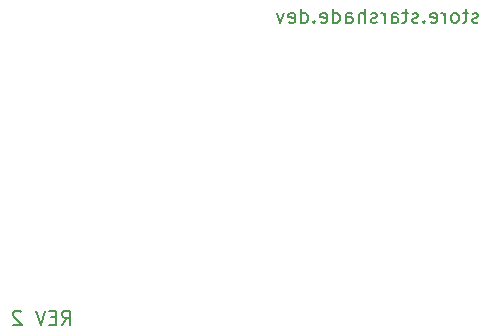
<source format=gbr>
%TF.GenerationSoftware,KiCad,Pcbnew,(6.0.6)*%
%TF.CreationDate,2023-04-01T18:19:22-04:00*%
%TF.ProjectId,SMS-to-GG,534d532d-746f-42d4-9747-2e6b69636164,rev?*%
%TF.SameCoordinates,Original*%
%TF.FileFunction,Legend,Bot*%
%TF.FilePolarity,Positive*%
%FSLAX46Y46*%
G04 Gerber Fmt 4.6, Leading zero omitted, Abs format (unit mm)*
G04 Created by KiCad (PCBNEW (6.0.6)) date 2023-04-01 18:19:22*
%MOMM*%
%LPD*%
G01*
G04 APERTURE LIST*
%ADD10C,0.200000*%
G04 APERTURE END LIST*
D10*
X36512285Y-105825857D02*
X36912285Y-105254428D01*
X37198000Y-105825857D02*
X37198000Y-104625857D01*
X36740857Y-104625857D01*
X36626571Y-104683000D01*
X36569428Y-104740142D01*
X36512285Y-104854428D01*
X36512285Y-105025857D01*
X36569428Y-105140142D01*
X36626571Y-105197285D01*
X36740857Y-105254428D01*
X37198000Y-105254428D01*
X35998000Y-105197285D02*
X35598000Y-105197285D01*
X35426571Y-105825857D02*
X35998000Y-105825857D01*
X35998000Y-104625857D01*
X35426571Y-104625857D01*
X35083714Y-104625857D02*
X34683714Y-105825857D01*
X34283714Y-104625857D01*
X33026571Y-104740142D02*
X32969428Y-104683000D01*
X32855142Y-104625857D01*
X32569428Y-104625857D01*
X32455142Y-104683000D01*
X32398000Y-104740142D01*
X32340857Y-104854428D01*
X32340857Y-104968714D01*
X32398000Y-105140142D01*
X33083714Y-105825857D01*
X32340857Y-105825857D01*
X71728453Y-80185714D02*
X71614167Y-80242857D01*
X71385596Y-80242857D01*
X71271310Y-80185714D01*
X71214167Y-80071428D01*
X71214167Y-80014285D01*
X71271310Y-79900000D01*
X71385596Y-79842857D01*
X71557024Y-79842857D01*
X71671310Y-79785714D01*
X71728453Y-79671428D01*
X71728453Y-79614285D01*
X71671310Y-79500000D01*
X71557024Y-79442857D01*
X71385596Y-79442857D01*
X71271310Y-79500000D01*
X70871310Y-79442857D02*
X70414167Y-79442857D01*
X70699881Y-79042857D02*
X70699881Y-80071428D01*
X70642739Y-80185714D01*
X70528453Y-80242857D01*
X70414167Y-80242857D01*
X69842739Y-80242857D02*
X69957024Y-80185714D01*
X70014167Y-80128571D01*
X70071310Y-80014285D01*
X70071310Y-79671428D01*
X70014167Y-79557142D01*
X69957024Y-79500000D01*
X69842739Y-79442857D01*
X69671310Y-79442857D01*
X69557024Y-79500000D01*
X69499881Y-79557142D01*
X69442739Y-79671428D01*
X69442739Y-80014285D01*
X69499881Y-80128571D01*
X69557024Y-80185714D01*
X69671310Y-80242857D01*
X69842739Y-80242857D01*
X68928453Y-80242857D02*
X68928453Y-79442857D01*
X68928453Y-79671428D02*
X68871310Y-79557142D01*
X68814167Y-79500000D01*
X68699881Y-79442857D01*
X68585596Y-79442857D01*
X67728453Y-80185714D02*
X67842739Y-80242857D01*
X68071310Y-80242857D01*
X68185596Y-80185714D01*
X68242739Y-80071428D01*
X68242739Y-79614285D01*
X68185596Y-79500000D01*
X68071310Y-79442857D01*
X67842739Y-79442857D01*
X67728453Y-79500000D01*
X67671310Y-79614285D01*
X67671310Y-79728571D01*
X68242739Y-79842857D01*
X67157024Y-80128571D02*
X67099881Y-80185714D01*
X67157024Y-80242857D01*
X67214167Y-80185714D01*
X67157024Y-80128571D01*
X67157024Y-80242857D01*
X66642739Y-80185714D02*
X66528453Y-80242857D01*
X66299881Y-80242857D01*
X66185596Y-80185714D01*
X66128453Y-80071428D01*
X66128453Y-80014285D01*
X66185596Y-79900000D01*
X66299881Y-79842857D01*
X66471310Y-79842857D01*
X66585596Y-79785714D01*
X66642739Y-79671428D01*
X66642739Y-79614285D01*
X66585596Y-79500000D01*
X66471310Y-79442857D01*
X66299881Y-79442857D01*
X66185596Y-79500000D01*
X65785596Y-79442857D02*
X65328453Y-79442857D01*
X65614167Y-79042857D02*
X65614167Y-80071428D01*
X65557024Y-80185714D01*
X65442739Y-80242857D01*
X65328453Y-80242857D01*
X64414167Y-80242857D02*
X64414167Y-79614285D01*
X64471310Y-79500000D01*
X64585596Y-79442857D01*
X64814167Y-79442857D01*
X64928453Y-79500000D01*
X64414167Y-80185714D02*
X64528453Y-80242857D01*
X64814167Y-80242857D01*
X64928453Y-80185714D01*
X64985596Y-80071428D01*
X64985596Y-79957142D01*
X64928453Y-79842857D01*
X64814167Y-79785714D01*
X64528453Y-79785714D01*
X64414167Y-79728571D01*
X63842739Y-80242857D02*
X63842739Y-79442857D01*
X63842739Y-79671428D02*
X63785596Y-79557142D01*
X63728453Y-79500000D01*
X63614167Y-79442857D01*
X63499881Y-79442857D01*
X63157024Y-80185714D02*
X63042739Y-80242857D01*
X62814167Y-80242857D01*
X62699881Y-80185714D01*
X62642739Y-80071428D01*
X62642739Y-80014285D01*
X62699881Y-79900000D01*
X62814167Y-79842857D01*
X62985596Y-79842857D01*
X63099881Y-79785714D01*
X63157024Y-79671428D01*
X63157024Y-79614285D01*
X63099881Y-79500000D01*
X62985596Y-79442857D01*
X62814167Y-79442857D01*
X62699881Y-79500000D01*
X62128453Y-80242857D02*
X62128453Y-79042857D01*
X61614167Y-80242857D02*
X61614167Y-79614285D01*
X61671310Y-79500000D01*
X61785596Y-79442857D01*
X61957024Y-79442857D01*
X62071310Y-79500000D01*
X62128453Y-79557142D01*
X60528453Y-80242857D02*
X60528453Y-79614285D01*
X60585596Y-79500000D01*
X60699881Y-79442857D01*
X60928453Y-79442857D01*
X61042739Y-79500000D01*
X60528453Y-80185714D02*
X60642739Y-80242857D01*
X60928453Y-80242857D01*
X61042739Y-80185714D01*
X61099881Y-80071428D01*
X61099881Y-79957142D01*
X61042739Y-79842857D01*
X60928453Y-79785714D01*
X60642739Y-79785714D01*
X60528453Y-79728571D01*
X59442739Y-80242857D02*
X59442739Y-79042857D01*
X59442739Y-80185714D02*
X59557024Y-80242857D01*
X59785596Y-80242857D01*
X59899881Y-80185714D01*
X59957024Y-80128571D01*
X60014167Y-80014285D01*
X60014167Y-79671428D01*
X59957024Y-79557142D01*
X59899881Y-79500000D01*
X59785596Y-79442857D01*
X59557024Y-79442857D01*
X59442739Y-79500000D01*
X58414167Y-80185714D02*
X58528453Y-80242857D01*
X58757024Y-80242857D01*
X58871310Y-80185714D01*
X58928453Y-80071428D01*
X58928453Y-79614285D01*
X58871310Y-79500000D01*
X58757024Y-79442857D01*
X58528453Y-79442857D01*
X58414167Y-79500000D01*
X58357024Y-79614285D01*
X58357024Y-79728571D01*
X58928453Y-79842857D01*
X57842739Y-80128571D02*
X57785596Y-80185714D01*
X57842739Y-80242857D01*
X57899881Y-80185714D01*
X57842739Y-80128571D01*
X57842739Y-80242857D01*
X56757024Y-80242857D02*
X56757024Y-79042857D01*
X56757024Y-80185714D02*
X56871310Y-80242857D01*
X57099881Y-80242857D01*
X57214167Y-80185714D01*
X57271310Y-80128571D01*
X57328453Y-80014285D01*
X57328453Y-79671428D01*
X57271310Y-79557142D01*
X57214167Y-79500000D01*
X57099881Y-79442857D01*
X56871310Y-79442857D01*
X56757024Y-79500000D01*
X55728453Y-80185714D02*
X55842739Y-80242857D01*
X56071310Y-80242857D01*
X56185596Y-80185714D01*
X56242739Y-80071428D01*
X56242739Y-79614285D01*
X56185596Y-79500000D01*
X56071310Y-79442857D01*
X55842739Y-79442857D01*
X55728453Y-79500000D01*
X55671310Y-79614285D01*
X55671310Y-79728571D01*
X56242739Y-79842857D01*
X55271310Y-79442857D02*
X54985596Y-80242857D01*
X54699881Y-79442857D01*
M02*

</source>
